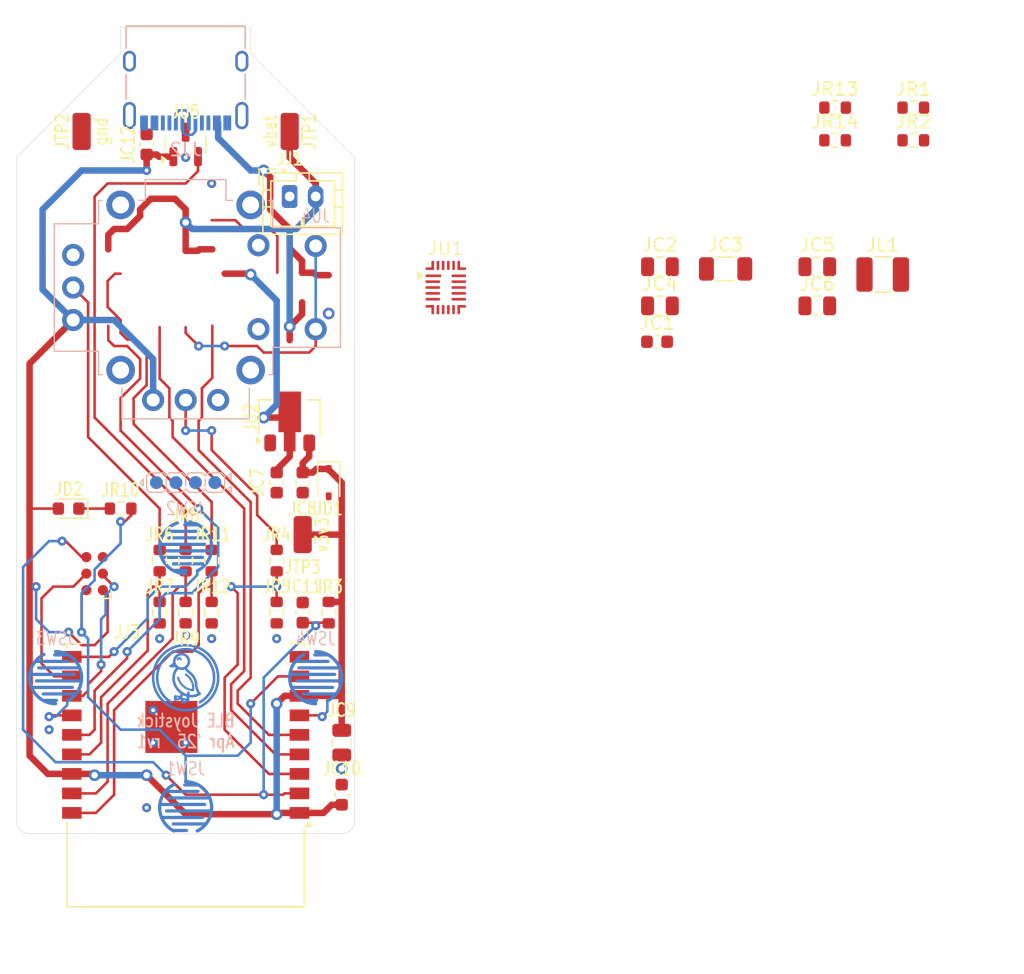
<source format=kicad_pcb>
(kicad_pcb (version 20240108) (generator "pcbnew") (generator_version "8.0")
  (layers (0 "F.Cu" signal "Front") (31 "B.Cu" signal "Back") (34 "B.Paste" user) (35 "F.Paste" user) (36 "B.SilkS" user "B.Silkscreen") (37 "F.SilkS" user "F.Silkscreen") (38 "B.Mask" user) (39 "F.Mask" user) (44 "Edge.Cuts" user))
  (net 0 "")
  (net 1 "Jv3v3")
  (net 2 "Jvbat")
  (net 3 "Jgnd")
  (net 4 "Jstick.sw")
  (net 5 "Jstick.ax1")
  (net 6 "Jstick.ax2")
  (net 7 "Jmcu.program_en_node")
  (net 8 "Ji2c_pull.i2c.sda")
  (net 9 "Jax1_div.output")
  (net 10 "Jmp2722.rst")
  (net 11 "Jax2_div.output")
  (net 12 "Jtrig.out")
  (net 13 "Jtrig_div.output")
  (net 14 "Jledr.res.a")
  (net 15 "Jmcu.program_boot_node")
  (net 16 "Jvbat_sense.output")
  (net 17 "Jmp2722.stat")
  (net 18 "Jmp2722.ic.vcc")
  (net 19 "Jmp2722.cc.cc2")
  (net 20 "Jmp2722.pg")
  (net 21 "Jmcu.program_uart_node.a_tx")
  (net 22 "Jmcu.program_uart_node.b_tx")
  (net 23 "Jmp2722.vbst_cap.neg")
  (net 24 "Jmp2722.ic.pmid")
  (net 25 "Jmp2722.int")
  (net 26 "Jmp2722.vbst_cap.pos")
  (net 27 "Jmp2722.usb.dp")
  (net 28 "Jmp2722.usb.dm")
  (net 29 "Jusb.usb.dp")
  (net 30 "Jusb.usb.dm")
  (net 31 "Jsw[1].out")
  (net 32 "Jsw[0].out")
  (net 33 "Jsw[2].out")
  (net 34 "Jmp2722.pwr_out")
  (net 35 "Jmp2722.vrntc")
  (net 36 "Jfake_ntc.output")
  (net 37 "Jmp2722.cc.cc1")
  (net 38 "Jmp2722.pwr_in")
  (net 39 "Ji2c_pull.i2c.scl")
  (footprint "Diode_SMD:D_SOD-323" (layer "F.Cu") (at 161 85 -90)
    (property "Reference" "JD1")
    (property "Value" "prot_3v3")
  )
  (footprint "Resistor_SMD:R_0603_1608Metric" (layer "F.Cu") (at 152 91 -90)
    (property "Reference" "JR11")
    (property "Value" "vbat_sense.top_res")
  )
  (footprint "Package_TO_SOT_SMD:SOT-89-3" (layer "F.Cu") (at 158 80 90)
    (property "Reference" "JU2")
    (property "Value" "reg_3v3.ic")
  )
  (footprint "Resistor_SMD:R_0603_1608Metric" (layer "F.Cu") (at 205.95 56.17)
    (property "Reference" "JR1")
    (property "Value" "fake_ntc.top_res")
  )
  (footprint "Inductor_SMD:L_1210_3225Metric" (layer "F.Cu") (at 203.6 69)
    (property "Reference" "JL1")
    (property "Value" "mp2722.power_path.inductor")
  )
  (footprint "Resistor_SMD:R_0603_1608Metric" (layer "F.Cu") (at 157 95 -90)
    (property "Reference" "JR5")
    (property "Value" "ax1_div.bottom_res")
  )
  (footprint "Resistor_SMD:R_0603_1608Metric" (layer "F.Cu") (at 148 95 -90)
    (property "Reference" "JR7")
    (property "Value" "ax2_div.bottom_res")
  )
  (footprint "Resistor_SMD:R_0603_1608Metric" (layer "F.Cu") (at 161 95 -90)
    (property "Reference" "JR3")
    (property "Value" "mcu.en_pull.r")
  )
  (footprint "Capacitor_SMD:C_0603_1608Metric" (layer "F.Cu") (at 157 85 -90)
    (property "Reference" "JC7")
    (property "Value" "reg_3v3.in_cap")
  )
  (footprint "edg:JlcToolingHole_1.152mm" (layer "F.Cu") (at 140 60)
    (property "Reference" "JH1")
    (property "Value" "jlc_th.th1")
  )
  (footprint "Capacitor_SMD:C_0603_1608Metric" (layer "F.Cu") (at 159 85 -90)
    (property "Reference" "JC8")
    (property "Value" "reg_3v3.out_cap")
  )
  (footprint "RF_Module:ESP-WROOM-02" (layer "F.Cu") (at 150 104.4 180)
    (property "Reference" "JU3" (hide yes))
    (property "Value" "mcu.ic")
  )
  (footprint "Package_TO_SOT_SMD:SOT-23" (layer "F.Cu") (at 150 59 90)
    (property "Reference" "JU5")
    (property "Value" "trig.ic")
  )
  (footprint "Capacitor_SMD:C_1206_3216Metric" (layer "F.Cu") (at 191.52 68.57)
    (property "Reference" "JC3")
    (property "Value" "mp2722.batt_cap")
  )
  (footprint "edg:MPS_QFN-22_2.5x3.5mm_P0.4mm" (layer "F.Cu") (at 170 70)
    (property "Reference" "JU1")
    (property "Value" "mp2722.ic")
  )
  (footprint "Capacitor_SMD:C_0603_1608Metric" (layer "F.Cu") (at 186.25 74.17)
    (property "Reference" "JC1")
    (property "Value" "mp2722.vbst_cap")
  )
  (footprint "Resistor_SMD:R_0603_1608Metric" (layer "F.Cu") (at 152 95 -90)
    (property "Reference" "JR12")
    (property "Value" "vbat_sense.bottom_res")
  )
  (footprint "Capacitor_SMD:C_0805_2012Metric" (layer "F.Cu") (at 198.57 68.4)
    (property "Reference" "JC5")
    (property "Value" "mp2722.power_path.in_cap")
  )
  (footprint "edg:TestPoint_TE_RCT_0805" (layer "F.Cu") (at 158 58 90)
    (property "Reference" "JTP1")
    (property "Value" "vbat")
  )
  (footprint "Resistor_SMD:R_0603_1608Metric" (layer "F.Cu") (at 145 87)
    (property "Reference" "JR10")
    (property "Value" "ledr.res")
  )
  (footprint "Connector_JST:JST_PH_B2B-PH-K_1x02_P2.00mm_Vertical" (layer "F.Cu") (at 158 63)
    (property "Reference" "JJ1")
    (property "Value" "bat")
  )
  (footprint "Resistor_SMD:R_0603_1608Metric" (layer "F.Cu") (at 148 91 -90)
    (property "Reference" "JR6")
    (property "Value" "ax2_div.top_res")
  )
  (footprint "Resistor_SMD:R_0603_1608Metric" (layer "F.Cu") (at 150 95 -90)
    (property "Reference" "JR9")
    (property "Value" "trig_div.bottom_res")
  )
  (footprint "Capacitor_SMD:C_0805_2012Metric" (layer "F.Cu") (at 186.47 68.4)
    (property "Reference" "JC2")
    (property "Value" "mp2722.pmid_cap")
  )
  (footprint "Resistor_SMD:R_0603_1608Metric" (layer "F.Cu") (at 199.94 56.17)
    (property "Reference" "JR13")
    (property "Value" "i2c_pull.scl_res")
  )
  (footprint "Capacitor_SMD:C_0805_2012Metric" (layer "F.Cu") (at 186.47 71.41)
    (property "Reference" "JC4")
    (property "Value" "mp2722.vcc_cap")
  )
  (footprint "Capacitor_SMD:C_0603_1608Metric" (layer "F.Cu") (at 162 109 90)
    (property "Reference" "JC10")
    (property "Value" "mcu.vcc_cap1")
  )
  (footprint "edg:JlcToolingHole_1.152mm" (layer "F.Cu") (at 139 110)
    (property "Reference" "JH2")
    (property "Value" "jlc_th.th2")
  )
  (footprint "Resistor_SMD:R_0603_1608Metric" (layer "F.Cu") (at 150 91 -90)
    (property "Reference" "JR8")
    (property "Value" "trig_div.top_res")
  )
  (footprint "edg:TestPoint_TE_RCT_0805" (layer "F.Cu") (at 159 89 90)
    (property "Reference" "JTP3")
    (property "Value" "v3v3")
  )
  (footprint "Capacitor_SMD:C_0805_2012Metric" (layer "F.Cu") (at 162 105 -90)
    (property "Reference" "JC9")
    (property "Value" "mcu.vcc_cap0")
  )
  (footprint "Capacitor_SMD:C_0603_1608Metric" (layer "F.Cu") (at 159 95 90)
    (property "Reference" "JC11")
    (property "Value" "mcu.en_pull.c")
  )
  (footprint "Capacitor_SMD:C_0603_1608Metric" (layer "F.Cu") (at 147 59 90)
    (property "Reference" "JC12")
    (property "Value" "trig.cbyp")
  )
  (footprint "Resistor_SMD:R_0603_1608Metric" (layer "F.Cu") (at 157 91 -90)
    (property "Reference" "JR4")
    (property "Value" "ax1_div.top_res")
  )
  (footprint "Resistor_SMD:R_0603_1608Metric" (layer "F.Cu") (at 199.94 58.68)
    (property "Reference" "JR14")
    (property "Value" "i2c_pull.sda_res")
  )
  (footprint "Capacitor_SMD:C_0805_2012Metric" (layer "F.Cu") (at 198.57 71.41)
    (property "Reference" "JC6")
    (property "Value" "mp2722.power_path.out_cap")
  )
  (footprint "LED_SMD:LED_0603_1608Metric" (layer "F.Cu") (at 141 87 180)
    (property "Reference" "JD2")
    (property "Value" "ledr.package")
  )
  (footprint "Connector:Tag-Connect_TC2030-IDC-FP_2x03_P1.27mm_Vertical" (layer "F.Cu") (at 143 92 90)
    (property "Reference" "JJ3")
    (property "Value" "mcu.prog")
  )
  (footprint "edg:JlcToolingHole_1.152mm" (layer "F.Cu") (at 160 60)
    (property "Reference" "JH3")
    (property "Value" "jlc_th.th3")
  )
  (footprint "Resistor_SMD:R_0603_1608Metric" (layer "F.Cu") (at 205.95 58.68)
    (property "Reference" "JR2")
    (property "Value" "fake_ntc.bottom_res")
  )
  (footprint "edg:TestPoint_TE_RCT_0805" (layer "F.Cu") (at 142 58 90)
    (property "Reference" "JTP2")
    (property "Value" "gnd")
  )
  (footprint "project:MembraneSwitch_4mm" (layer "B.Cu") (at 160 100 180)
    (property "Reference" "JSW4")
    (property "Value" "sw[2]")
  )
  (footprint "edg:Symbol_Duckling" (layer "B.Cu") (at 150 100 180)
    (property "Reference" "duck" (hide yes))
    (property "Value" "G***" (hide yes))
  )
  (footprint "edg:Indicator_IdDots_4" (layer "B.Cu") (at 150 85 180)
    (property "Reference" "REF**" (hide yes))
    (property "Value" "Indicator_IdDots_4")
  )
  (footprint "project:MembraneSwitch_4mm" (layer "B.Cu") (at 150 110 180)
    (property "Reference" "JSW1")
    (property "Value" "mcu.boot")
  )
  (footprint "project:MembraneSwitch_4mm" (layer "B.Cu") (at 150 90 180)
    (property "Reference" "JSW2")
    (property "Value" "sw[0]")
  )
  (footprint "project:MembraneSwitch_4mm" (layer "B.Cu") (at 140 100 180)
    (property "Reference" "JSW3")
    (property "Value" "sw[1]")
  )
  (footprint "Connector_USB:USB_C_Receptacle_XKB_U262-16XN-4BVC11" (layer "B.Cu") (at 150 53.675)
    (property "Reference" "JJ2")
    (property "Value" "usb")
  )
  (footprint "edg:Joystick_XboxElite2" (layer "B.Cu") (at 150 70 180)
    (property "Reference" "JU4")
    (property "Value" "stick")
  )
  (gr_arc (start 160 98) (mid 161.946498 99.540494) (end 160.894427 101.788854) (stroke (width 0.254)) (layer "B.Cu") (net 33))
  (gr_arc (start 149.105573 111.788854) (mid 148.298699 111.051462) (end 148 110) (stroke (width 0.254)) (layer "B.Cu") (net 3))
  (gr_arc (start 140 102) (mid 138.053502 100.459506) (end 139.105573 98.211146) (stroke (width 0.254)) (layer "B.Cu") (net 3))
  (gr_arc (start 150 88) (mid 151.946498 89.540494) (end 150.894427 91.788854) (stroke (width 0.254)) (layer "B.Cu") (net 32))
  (gr_arc (start 150 92) (mid 148.025825 90.320365) (end 149.367544 88.102633) (stroke (width 0.254)) (layer "B.Cu") (net 3))
  (gr_arc (start 148 110) (mid 148.298698 108.948538) (end 149.105572 108.211146) (stroke (width 0.254)) (layer "B.Cu") (net 3))
  (gr_arc (start 150 108) (mid 151.946498 109.540494) (end 150.894427 111.788854) (stroke (width 0.254)) (layer "B.Cu") (net 15))
  (gr_arc (start 160 102) (mid 158.053502 100.459506) (end 159.105573 98.211146) (stroke (width 0.254)) (layer "B.Cu") (net 3))
  (gr_arc (start 140 98) (mid 141.946498 99.540494) (end 140.894427 101.788854) (stroke (width 0.254)) (layer "B.Cu") (net 31))
  (gr_line (start 145 50) (end 145 52) (stroke (width 0.0381)) (layer "Edge.Cuts"))
  (gr_line (start 138 112) (end 162 112) (stroke (width 0.0381)) (layer "Edge.Cuts"))
  (gr_line (start 137 60) (end 137 111) (stroke (width 0.0381)) (layer "Edge.Cuts"))
  (gr_arc (start 138 112) (mid 137.292893 111.707107) (end 137 111) (stroke (width 0.0381)) (layer "Edge.Cuts"))
  (gr_line (start 145 50) (end 155 50) (stroke (width 0.0381)) (layer "Edge.Cuts"))
  (gr_line (start 145 52) (end 137 60) (stroke (width 0.0381)) (layer "Edge.Cuts"))
  (gr_arc (start 163 111) (mid 162.707107 111.707107) (end 162 112) (stroke (width 0.0381)) (layer "Edge.Cuts"))
  (gr_line (start 163 60) (end 163 111) (stroke (width 0.0381)) (layer "Edge.Cuts"))
  (gr_line (start 155 52) (end 163 60) (stroke (width 0.0381)) (layer "Edge.Cuts"))
  (gr_line (start 155 50) (end 155 52) (stroke (width 0.0381)) (layer "Edge.Cuts"))
  (gr_text "BLE Joystick\nApr '25  rv1" (at 150 105.5 0) (layer "B.SilkS") (effects (font (size 1 0.8) (thickness 0.15) (bold yes)) (justify bottom mirror)))
  (segment (start 154.5 65.5) (end 156.5 65.5) (width 0.2) (layer "F.Cu") (net 0))
  (segment (start 152 64.825) (end 153.825 64.825) (width 0.2) (layer "F.Cu") (net 0))
  (segment (start 157.05 66.05) (end 157.05 68.8625) (width 0.2) (layer "F.Cu") (net 0))
  (segment (start 153.825 64.825) (end 154.5 65.5) (width 0.2) (layer "F.Cu") (net 0))
  (segment (start 156.5 65.5) (end 157.05 66.05) (width 0.2) (layer "F.Cu") (net 0))
  (segment (start 157 102) (end 157.6 101.4) (width 0.5) (layer "F.Cu") (net 1))
  (segment (start 162 101.4) (end 162 101) (width 0.5) (layer "F.Cu") (net 1))
  (segment (start 142.9 107.4) (end 141.25 107.4) (width 0.5) (layer "F.Cu") (net 1))
  (segment (start 147.9375 59.9375) (end 149.05 59.9375) (width 0.5) (layer "F.Cu") (net 1))
  (segment (start 138.5 93) (end 138 93) (width 0.2) (layer "F.Cu") (net 1))
  (segment (start 159 84.225) (end 159.775 84.225) (width 0.5) (layer "F.Cu") (net 1))
  (segment (start 161 83.95) (end 161 84) (width 0.5) (layer "F.Cu") (net 1))
  (segment (start 143.99855 96.49855) (end 143.99855 93.63355) (width 0.2) (layer "F.Cu") (net 1))
  (segment (start 141 96.5) (end 142 97.5) (width 0.2) (layer "F.Cu") (net 1))
  (segment (start 161 84) (end 162 85) (width 0.5) (layer "F.Cu") (net 1))
  (segment (start 157.6 101.4) (end 158.75 101.4) (width 0.5) (layer "F.Cu") (net 1))
  (segment (start 138 106) (end 138 93) (width 0.5) (layer "F.Cu") (net 1))
  (segment (start 157.1 110.4) (end 158.75 110.4) (width 0.5) (layer "F.Cu") (net 1))
  (segment (start 162 109.775) (end 161.225 109.775) (width 0.5) (layer "F.Cu") (net 1))
  (segment (start 159 83.5) (end 159 84.225) (width 0.5) (layer "F.Cu") (net 1))
  (segment (start 160.05 83.95) (end 161 83.95) (width 0.5) (layer "F.Cu") (net 1))
  (segment (start 139.4 107.4) (end 138 106) (width 0.5) (layer "F.Cu") (net 1))
  (segment (start 159.5 81.95) (end 159.5 83) (width 0.5) (layer "F.Cu") (net 1))
  (segment (start 142 97.5) (end 142.9971 97.5) (width 0.2) (layer "F.Cu") (net 1))
  (segment (start 140.2125 87) (end 138 87) (width 0.2) (layer "F.Cu") (net 1))
  (segment (start 162 101) (end 162 104.05) (width 0.5) (layer "F.Cu") (net 1))
  (segment (start 160.6 110.4) (end 158.75 110.4) (width 0.5) (layer "F.Cu") (net 1))
  (segment (start 158.75 101.4) (end 162 101.4) (width 0.5) (layer "F.Cu") (net 1))
  (segment (start 162 85) (end 162 89) (width 0.5) (layer "F.Cu") (net 1))
  (segment (start 147 59.775) (end 147.775 59.775) (width 0.5) (layer "F.Cu") (net 1))
  (segment (start 141.25 107.4) (end 139.4 107.4) (width 0.5) (layer "F.Cu") (net 1))
  (segment (start 138 93) (end 138 87) (width 0.5) (layer "F.Cu") (net 1))
  (segment (start 159 89) (end 162 89) (width 0.5) (layer "F.Cu") (net 1))
  (segment (start 142.9971 97.5) (end 143.99855 96.49855) (width 0.2) (layer "F.Cu") (net 1))
  (segment (start 157 110.5) (end 157.1 110.4) (width 0.5) (layer "F.Cu") (net 1))
  (segment (start 162 94) (end 162 101) (width 0.5) (layer "F.Cu") (net 1))
  (segment (start 138 87) (end 138 75.85) (width 0.5) (layer "F.Cu") (net 1))
  (segment (start 161.225 109.775) (end 160.6 110.4) (width 0.5) (layer "F.Cu") (net 1))
  (segment (start 162 89) (end 162 94) (width 0.5) (layer "F.Cu") (net 1))
  (segment (start 159.5 83) (end 159 83.5) (width 0.5) (layer "F.Cu") (net 1))
  (segment (start 147.775 59.775) (end 147.9375 59.9375) (width 0.5) (layer "F.Cu") (net 1))
  (segment (start 161 94.175) (end 161.825 94.175) (width 0.5) (layer "F.Cu") (net 1))
  (segment (start 150 110.5) (end 147 107.5) (width 0.5) (layer "F.Cu") (net 1))
  (segment (start 143 107.5) (end 142.9 107.4) (width 0.5) (layer "F.Cu") (net 1))
  (segment (start 161.825 94.175) (end 162 94) (width 0.5) (layer "F.Cu") (net 1))
  (segment (start 157 110.5) (end 150 110.5) (width 0.5) (layer "F.Cu") (net 1))
  (segment (start 138 75.85) (end 141.35 72.5) (width 0.5) (layer "F.Cu") (net 1))
  (segment (start 147 59.775) (end 147 61) (width 0.5) (layer "F.Cu") (net 1))
  (segment (start 143.99855 93.63355) (end 143.635 93.27) (width 0.2) (layer "F.Cu") (net 1))
  (segment (start 159.775 84.225) (end 160.05 83.95) (width 0.5) (layer "F.Cu") (net 1))
  (via (at 147 61) (size 0.7) (drill 0.3) (layers "F.Cu" "B.Cu") (net 1))
  (via (at 147 107.5) (size 0.9) (drill 0.5) (layers "F.Cu" "B.Cu") (net 1))
  (via (at 143 107.5) (size 0.9) (drill 0.5) (layers "F.Cu" "B.Cu") (net 1))
  (via (at 157 110.5) (size 0.9) (drill 0.5) (layers "F.Cu" "B.Cu") (net 1))
  (via (at 157 102) (size 0.9) (drill 0.5) (layers "F.Cu" "B.Cu") (net 1))
  (via (at 141 96.5) (size 0.7) (drill 0.3) (layers "F.Cu" "B.Cu") (net 1))
  (via (at 138.5 93) (size 0.7) (drill 0.3) (layers "F.Cu" "B.Cu") (net 1))
  (segment (start 147 61) (end 142 61) (width 0.5) (layer "B.Cu") (net 1))
  (segment (start 147.5 75.5) (end 147.5 78.65) (width 0.5) (layer "B.Cu") (net 1))
  (segment (start 139 70.15) (end 141.35 72.5) (width 0.5) (layer "B.Cu") (net 1))
  (segment (start 141 96.5) (end 139.5 96.5) (width 0.2) (layer "B.Cu") (net 1))
  (segment (start 139 64) (end 139 70.15) (width 0.5) (layer "B.Cu") (net 1))
  (segment (start 157 102) (end 157 110.5) (width 0.5) (layer "B.Cu") (net 1))
  (segment (start 138.5 95.5) (end 138.5 93) (width 0.2) (layer "B.Cu") (net 1))
  (segment (start 141.35 72.5) (end 144.5 72.5) (width 0.5) (layer "B.Cu") (net 1))
  (segment (start 142 61) (end 139 64) (width 0.5) (layer "B.Cu") (net 1))
  (segment (start 139.5 96.5) (end 138.5 95.5) (width 0.2) (layer "B.Cu") (net 1))
  (segment (start 144.5 72.5) (end 147.5 75.5) (width 0.5) (layer "B.Cu") (net 1))
  (segment (start 143 107.5) (end 147 107.5) (width 0.5) (layer "B.Cu") (net 1))
  (segment (start 146.5 64.5) (end 146.5 64) (width 0.5) (layer "F.Cu") (net 2))
  (segment (start 146.5 64) (end 147.325 63.175) (width 0.5) (layer "F.Cu") (net 2))
  (segment (start 146 78.5) (end 146 80.5) (width 0.2) (layer "F.Cu") (net 2))
  (segment (start 150.95 67.175) (end 150 67.175) (width 0.5) (layer "F.Cu") (net 2))
  (segment (start 158 60) (end 160 62) (width 0.5) (layer "F.Cu") (net 2))
  (segment (start 152 86.5) (end 152 90.175) (width 0.2) (layer "F.Cu") (net 2))
  (segment (start 147 75) (end 147 77.5) (width 0.2) (layer "F.Cu") (net 2))
  (segment (start 158 73) (end 158 74.05) (width 0.5) (layer "F.Cu") (net 2))
  (segment (start 160 62) (end 160 63) (width 0.5) (layer "F.Cu") (net 2))
  (segment (start 146 74) (end 147 75) (width 0.2) (layer "F.Cu") (net 2))
  (segment (start 144.5 65.5) (end 145.5 65.5) (width 0.5) (layer "F.Cu") (net 2))
  (segment (start 152.05 67.0625) (end 151.0625 67.0625) (width 0.5) (layer "F.Cu") (net 2))
  (segment (start 144 71.5) (end 145 72.5) (width 0.2) (layer "F.Cu") (net 2))
  (segment (start 150 64) (end 150 65) (width 0.5) (layer "F.Cu") (net 2))
  (segment (start 145 68.9375) (end 144.5625 68.9375) (width 0.2) (layer "F.Cu") (net 2))
  (segment (start 147.325 63.175) (end 148 63.175) (width 0.5) (layer "F.Cu") (net 2))
  (segment (start 148 63.175) (end 149.175 63.175) (width 0.5) (layer "F.Cu") (net 2))
  (segment (start 144 69.5) (end 144 71.5) (width 0.2) (layer "F.Cu") (net 2))
  (segment (start 144.05 65.95) (end 144.5 65.5) (width 0.5) (layer "F.Cu") (net 2))
  (segment (start 158.95 72.05) (end 158 73) (width 0.5) (layer "F.Cu") (net 2))
  (segment (start 151.0625 67.0625) (end 150.95 67.175) (width 0.5) (layer "F.Cu") (net 2))
  (segment (start 146 80.5) (end 152 86.5) (width 0.2) (layer "F.Cu") (net 2))
  (segment (start 149.175 63.175) (end 150 64) (width 0.5) (layer "F.Cu") (net 2))
  (segment (start 158 58) (end 158 60) (width 0.5) (layer "F.Cu") (net 2))
  (segment (start 158.95 71.1375) (end 158.95 72.05) (width 0.5) (layer "F.Cu") (net 2))
  (segment (start 144.5625 68.9375) (end 144 69.5) (width 0.2) (layer "F.Cu") (net 2))
  (segment (start 147 77.5) (end 146 78.5) (width 0.2) (layer "F.Cu") (net 2))
  (segment (start 144.05 67.0625) (end 144.05 65.95) (width 0.5) (layer "F.Cu") (net 2))
  (segment (start 150 67.175) (end 150 65) (width 0.5) (layer "F.Cu") (net 2))
  (segment (start 145.5 74) (end 146 74) (width 0.2) (layer "F.Cu") (net 2))
  (segment (start 145 73.5) (end 145.5 74) (width 0.2) (layer "F.Cu") (net 2))
  (segment (start 145 72.5) (end 145 73.5) (width 0.2) (layer "F.Cu") (net 2))
  (segment (start 145.5 65.5) (end 146.5 64.5) (width 0.5) (layer "F.Cu") (net 2))
  (via (at 150 65) (size 0.9) (drill 0.5) (layers "F.Cu" "B.Cu") (net 2))
  (via (at 158 73) (size 0.9) (drill 0.5) (layers "F.Cu" "B.Cu") (net 2))
  (segment (start 158 65.5) (end 150.5 65.5) (width 0.5) (layer "B.Cu") (net 2))
  (segment (start 158 73) (end 158 65.5) (width 0.5) (layer "B.Cu") (net 2))
  (segment (start 160 64) (end 158.5 65.5) (width 0.5) (layer "B.Cu") (net 2))
  (segment (start 150.5 65.5) (end 150 65) (width 0.5) (layer "B.Cu") (net 2))
  (segment (start 160 63) (end 160 64) (width 0.5) (layer "B.Cu") (net 2))
  (segment (start 158.5 65.5) (end 158 65.5) (width 0.5) (layer "B.Cu") (net 2))
  (segment (start 150 105) (end 148.9 103.9) (width 0.5) (layer "F.Cu") (net 3))
  (segment (start 147.5 105) (end 147.69 105) (width 0.5) (layer "F.Cu") (net 3))
  (segment (start 148.9 103.9) (end 148.9 103.79) (width 0.5) (layer "F.Cu") (net 3))
  (segment (start 147.69 105) (end 148.9 103.79) (width 0.5) (layer "F.Cu") (net 3))
  (segment (start 148.9 103.79) (end 148.79 103.79) (width 0.5) (layer "F.Cu") (net 3))
  (segment (start 148.79 103.79) (end 147.5 102.5) (width 0.5) (layer "F.Cu") (net 3))
  (via (at 150 96.75) (size 0.7) (drill 0.3) (layers "F.Cu" "B.Cu") (net 3))
  (via (at 147.5 102.5) (size 0.7) (drill 0.3) (layers "F.Cu" "B.Cu") (net 3))
  (via (at 157 97) (size 0.7) (drill 0.3) (layers "F.Cu" "B.Cu") (net 3))
  (via (at 150 60) (size 0.7) (drill 0.3) (layers "F.Cu" "B.Cu") (net 3))
  (via (at 147.5 105) (size 0.7) (drill 0.3) (layers "F.Cu" "B.Cu") (net 3))
  (via (at 148 97) (size 0.7) (drill 0.3) (layers "F.Cu" "B.Cu") (net 3))
  (via (at 147 110) (size 0.7) (drill 0.3) (layers "F.Cu" "B.Cu") (net 3))
  (via (at 162 107) (size 0.9) (drill 0.5) (layers "F.Cu" "B.Cu") (net 3))
  (via (at 161 72) (size 0.9) (drill 0.5) (layers "F.Cu" "B.Cu") (net 3))
  (via (at 139.5 104) (size 0.7) (drill 0.3) (layers "F.Cu" "B.Cu") (net 3))
  (via (at 152 62) (size 0.7) (drill 0.3) (layers "F.Cu" "B.Cu") (net 3))
  (via (at 150 105) (size 0.7) (drill 0.3) (layers "F.Cu" "B.Cu") (net 3))
  (via (at 152 97) (size 0.7) (drill 0.3) (layers "F.Cu" "B.Cu") (net 3))
  (segment (start 153.5 102.5) (end 156.9 105.9) (width 0.2) (layer "F.Cu") (net 4))
  (segment (start 153.5 100.5) (end 153.5 102.5) (width 0.2) (layer "F.Cu") (net 4))
  (segment (start 153 74.5) (end 155.5 74.5) (width 0.2) (layer "F.Cu") (net 4))
  (segment (start 154.5 99.5) (end 153.5 100.5) (width 0.2) (layer "F.Cu") (net 4))
  (segment (start 160 74.5) (end 160 73.2) (width 0.2) (layer "F.Cu") (net 4))
  (segment (start 149 80.25) (end 149 81.5) (width 0.2) (layer "F.Cu") (net 4))
  (segment (start 148 77) (end 148.75 77.75) (width 0.2) (layer "F.Cu") (net 4))
  (segment (start 148 73.05) (end 148 77) (width 0.2) (layer "F.Cu") (net 4))
  (segment (start 151 74.5) (end 150 73.5) (width 0.2) (layer "F.Cu") (net 4))
  (segment (start 154.5 87) (end 154.5 99.5) (width 0.2) (layer "F.Cu") (net 4))
  (segment (start 156.9 105.9) (end 158.75 105.9) (width 0.2) (layer "F.Cu") (net 4))
  (segment (start 159.5 75) (end 160 74.5) (width 0.2) (layer "F.Cu") (net 4))
  (segment (start 148.75 80) (end 149 80.25) (width 0.2) (layer "F.Cu") (net 4))
  (segment (start 149 81.5) (end 154.5 87) (width 0.2) (layer "F.Cu") (net 4))
  (segment (start 150 73.5) (end 150 73.05) (width 0.2) (layer "F.Cu") (net 4))
  (segment (start 148.75 77.75) (end 148.75 80) (width 0.2) (layer "F.Cu") (net 4))
  (segment (start 155.5 74.5) (end 156 75) (width 0.2) (layer "F.Cu") (net 4))
  (segment (start 156 75) (end 159.5 75) (width 0.2) (layer "F.Cu") (net 4))
  (via (at 153 74.5) (size 0.7) (drill 0.3) (layers "F.Cu" "B.Cu") (net 4))
  (via (at 151 74.5) (size 0.7) (drill 0.3) (layers "F.Cu" "B.Cu") (net 4))
  (segment (start 160 73.2) (end 160 66.8) (width 0.2) (layer "B.Cu") (net 4))
  (segment (start 153 74.5) (end 151 74.5) (width 0.2) (layer "B.Cu") (net 4))
  (segment (start 155.5 86) (end 155.5 87.5) (width 0.2) (layer "F.Cu") (net 5))
  (segment (start 150 78.65) (end 150 81) (width 0.2) (layer "F.Cu") (net 5))
  (segment (start 152 82.5) (end 155.5 86) (width 0.2) (layer "F.Cu") (net 5))
  (segment (start 157 89) (end 157 90.175) (width 0.2) (layer "F.Cu") (net 5))
  (segment (start 155.5 87.5) (end 157 89) (width 0.2) (layer "F.Cu") (net 5))
  (segment (start 152 81) (end 152 82.5) (width 0.2) (layer "F.Cu") (net 5))
  (via (at 152 81) (size 0.7) (drill 0.3) (layers "F.Cu" "B.Cu") (net 5))
  (via (at 150 81) (size 0.7) (drill 0.3) (layers "F.Cu" "B.Cu") (net 5))
  (segment (start 150 81) (end 152 81) (width 0.2) (layer "B.Cu") (net 5))
  (segment (start 142.5 71.15) (end 141.35 70) (width 0.2) (layer "F.Cu") (net 6))
  (segment (start 148 90.175) (end 148 87) (width 0.2) (layer "F.Cu") (net 6))
  (segment (start 142.5 81.5) (end 142.5 71.15) (width 0.2) (layer "F.Cu") (net 6))
  (segment (start 148 87) (end 142.5 81.5) (width 0.2) (layer "F.Cu") (net 6))
  (segment (start 148.5 107.5) (end 150 109) (width 0.2) (layer "F.Cu") (net 7))
  (segment (start 150 109) (end 157.5 109) (width 0.2) (layer "F.Cu") (net 7))
  (segment (start 160.95 95.775) (end 161 95.825) (width 0.2) (layer "F.Cu") (net 7))
  (segment (start 159 95.775) (end 160.95 95.775) (width 0.2) (layer "F.Cu") (net 7))
  (segment (start 140.774939 89.5) (end 140.5 89.5) (width 0.2) (layer "F.Cu") (net 7))
  (segment (start 157.5 109) (end 157.6 108.9) (width 0.2) (layer "F.Cu") (net 7))
  (segment (start 142.365 90.73) (end 142.004939 90.73) (width 0.2) (layer "F.Cu") (net 7))
  (segment (start 142.004939 90.73) (end 140.774939 89.5) (width 0.2) (layer "F.Cu") (net 7))
  (segment (start 157.6 108.9) (end 158.75 108.9) (width 0.2) (layer "F.Cu") (net 7))
  (via (at 148.5 107.5) (size 0.7) (drill 0.3) (layers "F.Cu" "B.Cu") (net 7))
  (via (at 140.5 89.5) (size 0.7) (drill 0.3) (layers "F.Cu" "B.Cu") (net 7))
  (via (at 156 109) (size 0.7) (drill 0.3) (layers "F.Cu" "B.Cu") (net 7))
  (via (at 160 96) (size 0.7) (drill 0.3) (layers "F.Cu" "B.Cu") (net 7))
  (segment (start 147.5 106.5) (end 140 106.5) (width 0.2) (layer "B.Cu") (net 7))
  (segment (start 156 100) (end 160 96) (width 0.2) (layer "B.Cu") (net 7))
  (segment (start 140 106.5) (end 137.5 104) (width 0.2) (layer "B.Cu") (net 7))
  (segment (start 156 109) (end 156 100) (width 0.2) (layer "B.Cu") (net 7))
  (segment (start 139.5 89.5) (end 140.5 89.5) (width 0.2) (layer "B.Cu") (net 7))
  (segment (start 137.5 104) (end 137.5 91.5) (width 0.2) (layer "B.Cu") (net 7))
  (segment (start 148.5 107.5) (end 147.5 106.5) (width 0.2) (layer "B.Cu") (net 7))
  (segment (start 137.5 91.5) (end 139.5 89.5) (width 0.2) (layer "B.Cu") (net 7))
  (segment (start 143 104) (end 143 101) (width 0.2) (layer "F.Cu") (net 8))
  (segment (start 146.5 77) (end 146.5 75.5) (width 0.2) (layer "F.Cu") (net 8))
  (segment (start 141.25 104.4) (end 142.6 104.4) (width 0.2) (layer "F.Cu") (net 8))
  (segment (start 144.05 74.05) (end 144.05 72.9375) (width 0.2) (layer "F.Cu") (net 8))
  (segment (start 142.6 104.4) (end 143 104) (width 0.2) (layer "F.Cu") (net 8))
  (segment (start 146.5 75.5) (end 145.5 74.5) (width 0.2) (layer "F.Cu") (net 8))
  (segment (start 143 101) (end 145.5 98.5) (width 0.2) (layer "F.Cu") (net 8))
  (segment (start 145.5 98.5) (end 145.5 98) (width 0.2) (layer "F.Cu") (net 8))
  (segment (start 145.5 74.5) (end 144.5 74.5) (width 0.2) (layer "F.Cu") (net 8))
  (segment (start 145 81) (end 145 78.5) (width 0.2) (layer "F.Cu") (net 8))
  (segment (start 145 78.5) (end 146.5 77) (width 0.2) (layer "F.Cu") (net 8))
  (segment (start 151 87) (end 145 81) (width 0.2) (layer "F.Cu") (net 8))
  (segment (start 144.5 74.5) (end 144.05 74.05) (width 0.2) (layer "F.Cu") (net 8))
  (via (at 151 87) (size 0.7) (drill 0.3) (layers "F.Cu" "B.Cu") (net 8))
  (via (at 145.5 98) (size 0.7) (drill 0.3) (layers "F.Cu" "B.Cu") (net 8))
  (segment (start 149.5 93.5) (end 150.5 93.5) (width 0.2) (layer "B.Cu") (net 8))
  (segment (start 152.5 89.5) (end 152.5 88.5) (width 0.2) (layer "B.Cu") (net 8))
  (segment (start 148 95.5) (end 148 94) (width 0.2) (layer "B.Cu") (net 8))
  (segment (start 150.5 93.5) (end 151.5 92.5) (width 0.2) (layer "B.Cu") (net 8))
  (segment (start 145.5 98) (end 148 95.5) (width 0.2) (layer "B.Cu") (net 8))
  (segment (start 151.5 92.5) (end 152.5 91.5) (width 0.2) (layer "B.Cu") (net 8))
  (segment (start 148.5 93.5) (end 149.5 93.5) (width 0.2) (layer "B.Cu") (net 8))
  (segment (start 151.5 87.5) (end 151 87) (width 0.2) (layer "B.Cu") (net 8))
  (segment (start 152.5 91.5) (end 152.5 89.5) (width 0.2) (layer "B.Cu") (net 8))
  (segment (start 152.5 88.5) (end 151.5 87.5) (width 0.2) (layer "B.Cu") (net 8))
  (segment (start 148 94) (end 148.5 93.5) (width 0.2) (layer "B.Cu") (net 8))
  (segment (start 158.75 107.4) (end 156.4 107.4) (width 0.2) (layer "F.Cu") (net 9))
  (segment (start 153 100.5) (end 153 100) (width 0.2) (layer "F.Cu") (net 9))
  (segment (start 154 99) (end 154 93.5) (width 0.2) (layer "F.Cu") (net 9))
  (segment (start 153 104) (end 153 100.5) (width 0.2) (layer "F.Cu") (net 9))
  (segment (start 156.4 107.4) (end 153 104) (width 0.2) (layer "F.Cu") (net 9))
  (segment (start 153 100) (end 154 99) (width 0.2) (layer "F.Cu") (net 9))
  (segment (start 157 91.825) (end 157 94.175) (width 0.2) (layer "F.Cu") (net 9))
  (segment (start 154 93.5) (end 153.5 93) (width 0.2) (layer "F.Cu") (net 9))
  (via (at 153.5 93) (size 0.7) (drill 0.3) (layers "F.Cu" "B.Cu") (net 9))
  (via (at 157 93) (size 0.7) (drill 0.3) (layers "F.Cu" "B.Cu") (net 9))
  (segment (start 153.5 93) (end 157 93) (width 0.2) (layer "B.Cu") (net 9))
  (segment (start 143.5 105) (end 142.6 105.9) (width 0.2) (layer "F.Cu") (net 11))
  (segment (start 147.08145 97.91855) (end 143.5 101.5) (width 0.2) (layer "F.Cu") (net 11))
  (segment (start 148 93) (end 148 94.175) (width 0.2) (layer "F.Cu") (net 11))
  (segment (start 147.08145 93.41855) (end 147.08145 97.91855) (width 0.2) (layer "F.Cu") (net 11))
  (segment (start 148 91.825) (end 148 93) (width 0.2) (layer "F.Cu") (net 11))
  (segment (start 142.6 105.9) (end 141.25 105.9) (width 0.2) (layer "F.Cu") (net 11))
  (segment (start 148 93) (end 147.5 93) (width 0.2) (layer "F.Cu") (net 11))
  (segment (start 143.5 101.5) (end 143.5 105) (width 0.2) (layer "F.Cu") (net 11))
  (segment (start 147.5 93) (end 147.08145 93.41855) (width 0.2) (layer "F.Cu") (net 11))
  (segment (start 144 62) (end 143 63) (width 0.2) (layer "F.Cu") (net 12))
  (segment (start 143 80) (end 150 87) (width 0.2) (layer "F.Cu") (net 12))
  (segment (start 150.95 59.9375) (end 150.95 61.05) (width 0.2) (layer "F.Cu") (net 12))
  (segment (start 150 87) (end 150 90.175) (width 0.2) (layer "F.Cu") (net 12))
  (segment (start 150 62) (end 144 62) (width 0.2) (layer "F.Cu") (net 12))
  (segment (start 143 63) (end 143 80) (width 0.2) (layer "F.Cu") (net 12))
  (segment (start 150.95 61.05) (end 150 62) (width 0.2) (layer "F.Cu") (net 12))
  (segment (start 144 102) (end 144 108) (width 0.2) (layer "F.Cu") (net 13))
  (segment (start 150 93) (end 149.5 93) (width 0.2) (layer "F.Cu") (net 13))
  (segment (start 150 93) (end 150 94.175) (width 0.2) (layer "F.Cu") (net 13))
  (segment (start 143.1 108.9) (end 141.25 108.9) (width 0.2) (layer "F.Cu") (net 13))
  (segment (start 149.5 93) (end 149 93.5) (width 0.2) (layer "F.Cu") (net 13))
  (segment (start 149 97) (end 144 102) (width 0.2) (layer "F.Cu") (net 13))
  (segment (start 144 108) (end 143.1 108.9) (width 0.2) (layer "F.Cu") (net 13))
  (segment (start 149 93.5) (end 149 97) (width 0.2) (layer "F.Cu") (net 13))
  (segment (start 150 91.825) (end 150 93) (width 0.2) (layer "F.Cu") (net 13))
  (segment (start 144.175 87) (end 141.7875 87) (width 0.2) (layer "F.Cu") (net 14))
  (segment (start 155 102) (end 157.1 99.9) (width 0.2) (layer "F.Cu") (net 15))
  (segment (start 157.1 99.9) (end 158.75 99.9) (width 0.2) (layer "F.Cu") (net 15))
  (segment (start 142.00145 93.63355) (end 142.365 93.27) (width 0.2) (layer "F.Cu") (net 15))
  (segment (start 145.325 88) (end 145.825 87.5) (width 0.2) (layer "F.Cu") (net 15))
  (segment (start 145.825 87.5) (end 145.825 87) (width 0.2) (layer "F.Cu") (net 15))
  (segment (start 142.00145 96.49855) (end 142.00145 93.63355) (width 0.2) (layer "F.Cu") (net 15))
  (segment (start 145 88) (end 145.325 88) (width 0.2) (layer "F.Cu") (net 15))
  (segment (start 142 96.5) (end 142.00145 96.49855) (width 0.2) (layer "F.Cu") (net 15))
  (via (at 145 88) (size 0.7) (drill 0.3) (layers "F.Cu" "B.Cu") (net 15))
  (via (at 155 102) (size 0.7) (drill 0.3) (layers "F.Cu" "B.Cu") (net 15))
  (via (at 142 96.5) (size 0.7) (drill 0.3) (layers "F.Cu" "B.Cu") (net 15))
  (segment (start 142.5 97) (end 142.5 101.5) (width 0.2) (layer "B.Cu") (net 15))
  (segment (start 143 91.677092) (end 143 92.5) (width 0.2) (layer "B.Cu") (net 15))
  (segment (start 145 104) (end 148 104) (width 0.2) (layer "B.Cu") (net 15))
  (segment (start 154 106) (end 150 106) (width 0.2) (layer "B.Cu") (net 15))
  (segment (start 145 89.677092) (end 143 91.677092) (width 0.2) (layer "B.Cu") (net 15))
  (segment (start 142.00145 93.49855) (end 142.00145 96.49855) (width 0.2) (layer "B.Cu") (net 15))
  (segment (start 155 105) (end 154 106) (width 0.2) (layer "B.Cu") (net 15))
  (segment (start 150 107.875) (end 150.375 108.25) (width 0.2) (layer "B.Cu") (net 15))
  (segment (start 142 96.5) (end 142.5 97) (width 0.2) (layer "B.Cu") (net 15))
  (segment (start 142.5 101.5) (end 145 104) (width 0.2) (layer "B.Cu") (net 15))
  (segment (start 155 102) (end 155 105) (width 0.2) (layer "B.Cu") (net 15))
  (segment (start 142.00145 96.49855) (end 142 96.5) (width 0.2) (layer "B.Cu") (net 15))
  (segment (start 150 106) (end 150 107.875) (width 0.2) (layer "B.Cu") (net 15))
  (segment (start 143 92.5) (end 142.00145 93.49855) (width 0.2) (layer "B.Cu") (net 15))
  (segment (start 148 104) (end 150 106) (width 0.2) (layer "B.Cu") (net 15))
  (segment (start 145 88) (end 145 89.677092) (width 0.2) (layer "B.Cu") (net 15))
  (segment (start 151 93.5) (end 151 97.5) (width 0.2) (layer "F.Cu") (net 16))
  (segment (start 151.5 93) (end 151 93.5) (width 0.2) (layer "F.Cu") (net 16))
  (segment (start 150.5 98) (end 149 98) (width 0.2) (layer "F.Cu") (net 16))
  (segment (start 152 93) (end 152 94.175) (width 0.2) (layer "F.Cu") (net 16))
  (segment (start 151 97.5) (end 150.5 98) (width 0.2) (layer "F.Cu") (net 16))
  (segment (start 152 91.825) (end 152 93) (width 0.2) (layer "F.Cu") (net 16))
  (segment (start 152 93) (end 151.5 93) (width 0.2) (layer "F.Cu") (net 16))
  (segment (start 144.5 102.5) (end 144.5 109) (width 0.2) (layer "F.Cu") (net 16))
  (segment (start 144.5 109) (end 143.1 110.4) (width 0.2) (layer "F.Cu") (net 16))
  (segment (start 149 98) (end 144.5 102.5) (width 0.2) (layer "F.Cu") (net 16))
  (segment (start 143.1 110.4) (end 141.25 110.4) (width 0.2) (layer "F.Cu") (net 16))
  (segment (start 143.5 99.5) (end 143.5 99) (width 0.2) (layer "F.Cu") (net 21))
  (segment (start 143.635 92.135) (end 144.5 93) (width 0.2) (layer "F.Cu") (net 21))
  (segment (start 143.635 92) (end 143.635 92.135) (width 0.2) (layer "F.Cu") (net 21))
  (segment (start 141.25 101.4) (end 142.1 101.4) (width 0.2) (layer "F.Cu") (net 21))
  (segment (start 142.1 101.4) (end 142.5 101) (width 0.2) (layer "F.Cu") (net 21))
  (segment (start 142.5 101) (end 142.5 100.5) (width 0.2) (layer "F.Cu") (net 21))
  (segment (start 142.5 100.5) (end 143.5 99.5) (width 0.2) (layer "F.Cu") (net 21))
  (via (at 143.5 99) (size 0.7) (drill 0.3) (layers "F.Cu" "B.Cu") (net 21))
  (via (at 144.5 93) (size 0.7) (drill 0.3) (layers "F.Cu" "B.Cu") (net 21))
  (segment (start 143.8493 95.1507) (end 143.8493 93.6507) (width 0.2) (layer "B.Cu") (net 21))
  (segment (start 143.5 95.5) (end 143.8493 95.1507) (width 0.2) (layer "B.Cu") (net 21))
  (segment (start 143.5 99) (end 143.5 95.5) (width 0.2) (layer "B.Cu") (net 21))
  (segment (start 143.8493 93.6507) (end 144.5 93) (width 0.2) (layer "B.Cu") (net 21))
  (segment (start 141.36645 92.99855) (end 139.821511 92.99855) (width 0.2) (layer "F.Cu") (net 22))
  (segment (start 139.821511 92.99855) (end 138.91855 93.901511) (width 0.2) (layer "F.Cu") (net 22))
  (segment (start 138.91855 98.91855) (end 139.9 99.9) (width 0.2) (layer "F.Cu") (net 22))
  (segment (start 138.91855 93.901511) (end 138.91855 98.91855) (width 0.2) (layer "F.Cu") (net 22))
  (segment (start 139.9 99.9) (end 141.25 99.9) (width 0.2) (layer "F.Cu") (net 22))
  (segment (start 142.365 92) (end 141.36645 92.99855) (width 0.2) (layer "F.Cu") (net 22))
  (segment (start 150.75 58) (end 150.5 58.25) (width 0.2) (layer "B.Cu") (net 29))
  (segment (start 149.75 57.345) (end 149.75 58) (width 0.2) (layer "B.Cu") (net 29))
  (segment (start 150.5 58.25) (end 150 58.25) (width 0.2) (layer "B.Cu") (net 29))
  (segment (start 149.75 58) (end 150 58.25) (width 0.2) (layer "B.Cu") (net 29))
  (segment (start 150.75 57.345) (end 150.75 58) (width 0.2) (layer "B.Cu") (net 29))
  (segment (start 149.25 56.625) (end 149.5 56.375) (width 0.2) (layer "B.Cu") (net 30))
  (segment (start 150 56.375) (end 149.5 56.375) (width 0.2) (layer "B.Cu") (net 30))
  (segment (start 150.25 57.345) (end 150.25 56.625) (width 0.2) (layer "B.Cu") (net 30))
  (segment (start 150.25 56.625) (end 150 56.375) (width 0.2) (layer "B.Cu") (net 30))
  (segment (start 149.25 57.345) (end 149.25 56.625) (width 0.2) (layer "B.Cu") (net 30))
  (segment (start 139.6 102.9) (end 139.5 103) (width 0.2) (layer "F.Cu") (net 31))
  (segment (start 141.25 102.9) (end 139.6 102.9) (width 0.2) (layer "F.Cu") (net 31))
  (via (at 139.5 103) (size 0.7) (drill 0.3) (layers "F.Cu" "B.Cu") (net 31))
  (segment (start 140 103) (end 140.894427 102.105573) (width 0.2) (layer "B.Cu") (net 31))
  (segment (start 139.5 103) (end 140 103) (width 0.2) (layer "B.Cu") (net 31))
  (segment (start 140.894427 102.105573) (end 140.894427 101.788854) (width 0.2) (layer "B.Cu") (net 31))
  (segment (start 144.5 98) (end 144.1 98.4) (width 0.2) (layer "F.Cu") (net 32))
  (segment (start 144.1 98.4) (end 141.25 98.4) (width 0.2) (layer "F.Cu") (net 32))
  (via (at 144.5 98) (size 0.7) (drill 0.3) (layers "F.Cu" "B.Cu") (net 32))
  (segment (start 147.08145 95.41855) (end 144.5 98) (width 0.2) (layer "B.Cu") (net 32))
  (segment (start 150.894427 91.788854) (end 150.894427 92.105573) (width 0.2) (layer "B.Cu") (net 32))
  (segment (start 148 93) (end 147.08145 93.91855) (width 0.2) (layer "B.Cu") (net 32))
  (segment (start 150.894427 92.105573) (end 150 93) (width 0.2) (layer "B.Cu") (net 32))
  (segment (start 150 93) (end 148 93) (width 0.2) (layer "B.Cu") (net 32))
  (segment (start 147.08145 93.91855) (end 147.08145 95.41855) (width 0.2) (layer "B.Cu") (net 32))
  (segment (start 158.75 102.9) (end 160.4 102.9) (width 0.2) (layer "F.Cu") (net 33))
  (segment (start 160.4 102.9) (end 160.5 103) (width 0.2) (layer "F.Cu") (net 33))
  (via (at 160.5 103) (size 0.7) (drill 0.3) (layers "F.Cu" "B.Cu") (net 33))
  (segment (start 160.894427 102.605573) (end 160.894427 101.788854) (width 0.2) (layer "B.Cu") (net 33))
  (segment (start 160.5 103) (end 160.894427 102.605573) (width 0.2) (layer "B.Cu") (net 33))
  (segment (start 154.9375 68.9375) (end 155 69) (width 0.5) (layer "F.Cu") (net 34))
  (segment (start 158 83) (end 157 84) (width 0.5) (layer "F.Cu") (net 34))
  (segment (start 158 81.8625) (end 158 83) (width 0.5) (layer "F.Cu") (net 34))
  (segment (start 156 80) (end 158 80) (width 0.5) (layer "F.Cu") (net 34))
  (segment (start 157 84) (end 157 84.225) (width 0.5) (layer "F.Cu") (net 34))
  (segment (start 153 68.9375) (end 154.9375 68.9375) (width 0.5) (layer "F.Cu") (net 34))
  (segment (start 158 80) (end 158 81.8625) (width 0.5) (layer "F.Cu") (net 34))
  (via (at 156 80) (size 0.9) (drill 0.5) (layers "F.Cu" "B.Cu") (net 34))
  (via (at 155 69) (size 0.9) (drill 0.5) (layers "F.Cu" "B.Cu") (net 34))
  (segment (start 157 71) (end 155 69) (width 0.5) (layer "B.Cu") (net 34))
  (segment (start 157 79) (end 157 71) (width 0.5) (layer "B.Cu") (net 34))
  (segment (start 156 80) (end 157 79) (width 0.5) (layer "B.Cu") (net 34))
  (segment (start 159.8625 68.8625) (end 158.95 68.8625) (width 0.5) (layer "F.Cu") (net 38))
  (segment (start 158.95 68.8625) (end 158.95 67.95) (width 0.5) (layer "F.Cu") (net 38))
  (segment (start 160.05 69.05) (end 159.8625 68.8625) (width 0.5) (layer "F.Cu") (net 38))
  (segment (start 161 69.05) (end 160.05 69.05) (width 0.5) (layer "F.Cu") (net 38))
  (segment (start 156.5 64) (end 156.5 61.5) (width 0.5) (layer "F.Cu") (net 38))
  (segment (start 158.95 67.95) (end 158 67) (width 0.5) (layer "F.Cu") (net 38))
  (segment (start 158 67) (end 158 65.5) (width 0.5) (layer "F.Cu") (net 38))
  (segment (start 158 65.5) (end 156.5 64) (width 0.5) (layer "F.Cu") (net 38))
  (segment (start 156.5 61.5) (end 156 61) (width 0.5) (layer "F.Cu") (net 38))
  (via (at 156 61) (size 0.9) (drill 0.5) (layers "F.Cu" "B.Cu") (net 38))
  (segment (start 156 61) (end 155 61) (width 0.5) (layer "B.Cu") (net 38))
  (segment (start 155 61) (end 152.5 58.5) (width 0.5) (layer "B.Cu") (net 38))
  (segment (start 152.5 58.5) (end 152.5 57.345) (width 0.5) (layer "B.Cu") (net 38))
  (segment (start 155 86.5) (end 155 100) (width 0.2) (layer "F.Cu") (net 39))
  (segment (start 151.25 80) (end 151 80.25) (width 0.2) (layer "F.Cu") (net 39))
  (segment (start 152.05 76.95) (end 151.25 77.75) (width 0.2) (layer "F.Cu") (net 39))
  (segment (start 156.4 104.4) (end 158.75 104.4) (width 0.2) (layer "F.Cu") (net 39))
  (segment (start 151 80.25) (end 151 82.5) (width 0.2) (layer "F.Cu") (net 39))
  (segment (start 154 101) (end 154 102) (width 0.2) (layer "F.Cu") (net 39))
  (segment (start 152.05 72.9375) (end 152.05 76.95) (width 0.2) (layer "F.Cu") (net 39))
  (segment (start 151 82.5) (end 155 86.5) (width 0.2) (layer "F.Cu") (net 39))
  (segment (start 154 102) (end 156.4 104.4) (width 0.2) (layer "F.Cu") (net 39))
  (segment (start 151.25 77.75) (end 151.25 80) (width 0.2) (layer "F.Cu") (net 39))
  (segment (start 155 100) (end 154 101) (width 0.2) (layer "F.Cu") (net 39))
)
</source>
